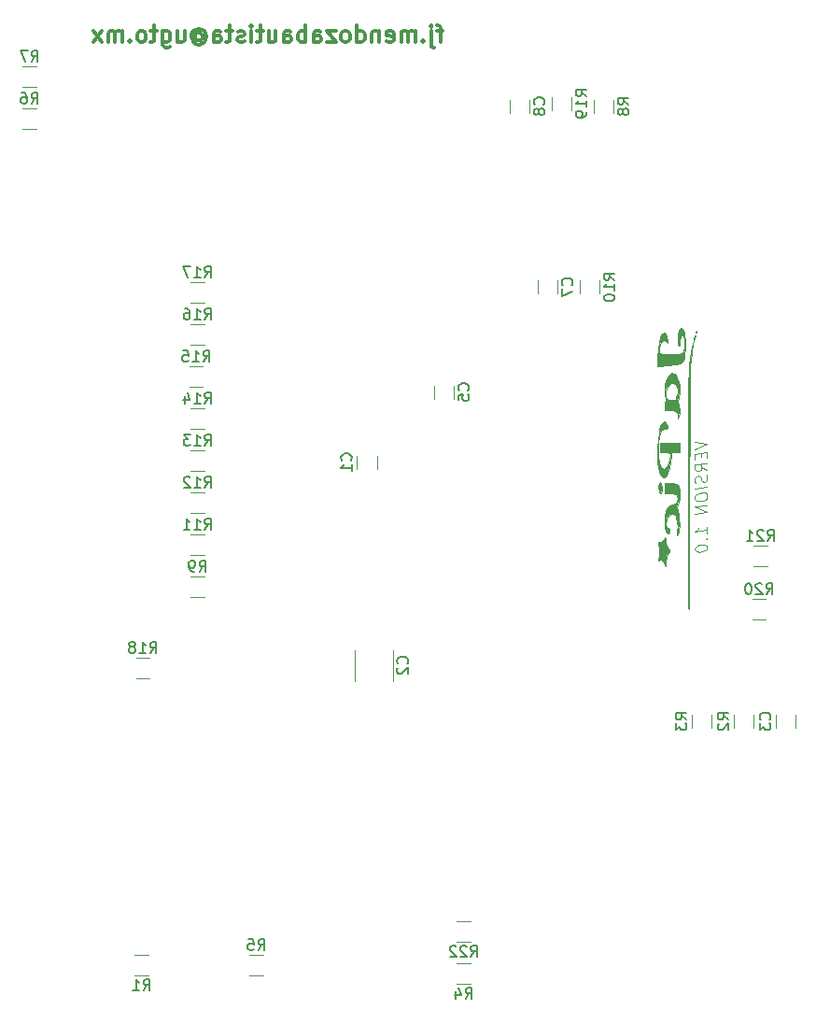
<source format=gbo>
G04 #@! TF.GenerationSoftware,KiCad,Pcbnew,5.1.2-f72e74a~84~ubuntu19.04.1*
G04 #@! TF.CreationDate,2019-06-29T01:26:47-05:00*
G04 #@! TF.ProjectId,pic18,70696331-382e-46b6-9963-61645f706362,rev?*
G04 #@! TF.SameCoordinates,Original*
G04 #@! TF.FileFunction,Legend,Bot*
G04 #@! TF.FilePolarity,Positive*
%FSLAX46Y46*%
G04 Gerber Fmt 4.6, Leading zero omitted, Abs format (unit mm)*
G04 Created by KiCad (PCBNEW 5.1.2-f72e74a~84~ubuntu19.04.1) date 2019-06-29 01:26:47*
%MOMM*%
%LPD*%
G04 APERTURE LIST*
%ADD10C,0.125000*%
%ADD11C,0.300000*%
%ADD12C,0.010000*%
%ADD13C,0.120000*%
%ADD14C,0.150000*%
G04 APERTURE END LIST*
D10*
X172117619Y-88929813D02*
X173217619Y-89158980D01*
X172117619Y-89663147D01*
X172641428Y-89964337D02*
X172641428Y-90331004D01*
X173217619Y-90416123D02*
X173217619Y-89892313D01*
X172117619Y-90029813D01*
X172117619Y-90553623D01*
X173217619Y-91516123D02*
X172693809Y-91214933D01*
X173217619Y-90887552D02*
X172117619Y-91025052D01*
X172117619Y-91444099D01*
X172170000Y-91542313D01*
X172222380Y-91588147D01*
X172327142Y-91627433D01*
X172484285Y-91607790D01*
X172589047Y-91542313D01*
X172641428Y-91483385D01*
X172693809Y-91372075D01*
X172693809Y-90953028D01*
X173165238Y-91941718D02*
X173217619Y-92092313D01*
X173217619Y-92354218D01*
X173165238Y-92465528D01*
X173112857Y-92524456D01*
X173008095Y-92589933D01*
X172903333Y-92603028D01*
X172798571Y-92563742D01*
X172746190Y-92517909D01*
X172693809Y-92419694D01*
X172641428Y-92216718D01*
X172589047Y-92118504D01*
X172536666Y-92072671D01*
X172431904Y-92033385D01*
X172327142Y-92046480D01*
X172222380Y-92111956D01*
X172170000Y-92170885D01*
X172117619Y-92282194D01*
X172117619Y-92544099D01*
X172170000Y-92694694D01*
X173217619Y-93035171D02*
X172117619Y-93172671D01*
X172117619Y-93906004D02*
X172117619Y-94115528D01*
X172170000Y-94213742D01*
X172274761Y-94305409D01*
X172484285Y-94331599D01*
X172850952Y-94285766D01*
X173060476Y-94207194D01*
X173165238Y-94089337D01*
X173217619Y-93978028D01*
X173217619Y-93768504D01*
X173165238Y-93670290D01*
X173060476Y-93578623D01*
X172850952Y-93552433D01*
X172484285Y-93598266D01*
X172274761Y-93676837D01*
X172170000Y-93794694D01*
X172117619Y-93906004D01*
X173217619Y-94711361D02*
X172117619Y-94848861D01*
X173217619Y-95339933D01*
X172117619Y-95477433D01*
X173217619Y-97278028D02*
X173217619Y-96649456D01*
X173217619Y-96963742D02*
X172117619Y-97101242D01*
X172274761Y-96976837D01*
X172379523Y-96858980D01*
X172431904Y-96747671D01*
X173112857Y-97762552D02*
X173165238Y-97808385D01*
X173217619Y-97749456D01*
X173165238Y-97703623D01*
X173112857Y-97762552D01*
X173217619Y-97749456D01*
X172117619Y-98620290D02*
X172117619Y-98725052D01*
X172170000Y-98823266D01*
X172222380Y-98869099D01*
X172327142Y-98908385D01*
X172536666Y-98934575D01*
X172798571Y-98901837D01*
X173008095Y-98823266D01*
X173112857Y-98757790D01*
X173165238Y-98698861D01*
X173217619Y-98587552D01*
X173217619Y-98482790D01*
X173165238Y-98384575D01*
X173112857Y-98338742D01*
X173008095Y-98299456D01*
X172798571Y-98273266D01*
X172536666Y-98306004D01*
X172327142Y-98384575D01*
X172222380Y-98450052D01*
X172170000Y-98508980D01*
X172117619Y-98620290D01*
D11*
X149242857Y-51748571D02*
X148671428Y-51748571D01*
X149028571Y-52748571D02*
X149028571Y-51462857D01*
X148957142Y-51320000D01*
X148814285Y-51248571D01*
X148671428Y-51248571D01*
X148171428Y-51748571D02*
X148171428Y-53034285D01*
X148242857Y-53177142D01*
X148385714Y-53248571D01*
X148457142Y-53248571D01*
X148171428Y-51248571D02*
X148242857Y-51320000D01*
X148171428Y-51391428D01*
X148100000Y-51320000D01*
X148171428Y-51248571D01*
X148171428Y-51391428D01*
X147457142Y-52605714D02*
X147385714Y-52677142D01*
X147457142Y-52748571D01*
X147528571Y-52677142D01*
X147457142Y-52605714D01*
X147457142Y-52748571D01*
X146742857Y-52748571D02*
X146742857Y-51748571D01*
X146742857Y-51891428D02*
X146671428Y-51820000D01*
X146528571Y-51748571D01*
X146314285Y-51748571D01*
X146171428Y-51820000D01*
X146100000Y-51962857D01*
X146100000Y-52748571D01*
X146100000Y-51962857D02*
X146028571Y-51820000D01*
X145885714Y-51748571D01*
X145671428Y-51748571D01*
X145528571Y-51820000D01*
X145457142Y-51962857D01*
X145457142Y-52748571D01*
X144171428Y-52677142D02*
X144314285Y-52748571D01*
X144600000Y-52748571D01*
X144742857Y-52677142D01*
X144814285Y-52534285D01*
X144814285Y-51962857D01*
X144742857Y-51820000D01*
X144600000Y-51748571D01*
X144314285Y-51748571D01*
X144171428Y-51820000D01*
X144100000Y-51962857D01*
X144100000Y-52105714D01*
X144814285Y-52248571D01*
X143457142Y-51748571D02*
X143457142Y-52748571D01*
X143457142Y-51891428D02*
X143385714Y-51820000D01*
X143242857Y-51748571D01*
X143028571Y-51748571D01*
X142885714Y-51820000D01*
X142814285Y-51962857D01*
X142814285Y-52748571D01*
X141457142Y-52748571D02*
X141457142Y-51248571D01*
X141457142Y-52677142D02*
X141600000Y-52748571D01*
X141885714Y-52748571D01*
X142028571Y-52677142D01*
X142100000Y-52605714D01*
X142171428Y-52462857D01*
X142171428Y-52034285D01*
X142100000Y-51891428D01*
X142028571Y-51820000D01*
X141885714Y-51748571D01*
X141600000Y-51748571D01*
X141457142Y-51820000D01*
X140528571Y-52748571D02*
X140671428Y-52677142D01*
X140742857Y-52605714D01*
X140814285Y-52462857D01*
X140814285Y-52034285D01*
X140742857Y-51891428D01*
X140671428Y-51820000D01*
X140528571Y-51748571D01*
X140314285Y-51748571D01*
X140171428Y-51820000D01*
X140100000Y-51891428D01*
X140028571Y-52034285D01*
X140028571Y-52462857D01*
X140100000Y-52605714D01*
X140171428Y-52677142D01*
X140314285Y-52748571D01*
X140528571Y-52748571D01*
X139528571Y-51748571D02*
X138742857Y-51748571D01*
X139528571Y-52748571D01*
X138742857Y-52748571D01*
X137528571Y-52748571D02*
X137528571Y-51962857D01*
X137600000Y-51820000D01*
X137742857Y-51748571D01*
X138028571Y-51748571D01*
X138171428Y-51820000D01*
X137528571Y-52677142D02*
X137671428Y-52748571D01*
X138028571Y-52748571D01*
X138171428Y-52677142D01*
X138242857Y-52534285D01*
X138242857Y-52391428D01*
X138171428Y-52248571D01*
X138028571Y-52177142D01*
X137671428Y-52177142D01*
X137528571Y-52105714D01*
X136814285Y-52748571D02*
X136814285Y-51248571D01*
X136814285Y-51820000D02*
X136671428Y-51748571D01*
X136385714Y-51748571D01*
X136242857Y-51820000D01*
X136171428Y-51891428D01*
X136100000Y-52034285D01*
X136100000Y-52462857D01*
X136171428Y-52605714D01*
X136242857Y-52677142D01*
X136385714Y-52748571D01*
X136671428Y-52748571D01*
X136814285Y-52677142D01*
X134814285Y-52748571D02*
X134814285Y-51962857D01*
X134885714Y-51820000D01*
X135028571Y-51748571D01*
X135314285Y-51748571D01*
X135457142Y-51820000D01*
X134814285Y-52677142D02*
X134957142Y-52748571D01*
X135314285Y-52748571D01*
X135457142Y-52677142D01*
X135528571Y-52534285D01*
X135528571Y-52391428D01*
X135457142Y-52248571D01*
X135314285Y-52177142D01*
X134957142Y-52177142D01*
X134814285Y-52105714D01*
X133457142Y-51748571D02*
X133457142Y-52748571D01*
X134100000Y-51748571D02*
X134100000Y-52534285D01*
X134028571Y-52677142D01*
X133885714Y-52748571D01*
X133671428Y-52748571D01*
X133528571Y-52677142D01*
X133457142Y-52605714D01*
X132957142Y-51748571D02*
X132385714Y-51748571D01*
X132742857Y-51248571D02*
X132742857Y-52534285D01*
X132671428Y-52677142D01*
X132528571Y-52748571D01*
X132385714Y-52748571D01*
X131885714Y-52748571D02*
X131885714Y-51748571D01*
X131885714Y-51248571D02*
X131957142Y-51320000D01*
X131885714Y-51391428D01*
X131814285Y-51320000D01*
X131885714Y-51248571D01*
X131885714Y-51391428D01*
X131242857Y-52677142D02*
X131100000Y-52748571D01*
X130814285Y-52748571D01*
X130671428Y-52677142D01*
X130600000Y-52534285D01*
X130600000Y-52462857D01*
X130671428Y-52320000D01*
X130814285Y-52248571D01*
X131028571Y-52248571D01*
X131171428Y-52177142D01*
X131242857Y-52034285D01*
X131242857Y-51962857D01*
X131171428Y-51820000D01*
X131028571Y-51748571D01*
X130814285Y-51748571D01*
X130671428Y-51820000D01*
X130171428Y-51748571D02*
X129600000Y-51748571D01*
X129957142Y-51248571D02*
X129957142Y-52534285D01*
X129885714Y-52677142D01*
X129742857Y-52748571D01*
X129600000Y-52748571D01*
X128457142Y-52748571D02*
X128457142Y-51962857D01*
X128528571Y-51820000D01*
X128671428Y-51748571D01*
X128957142Y-51748571D01*
X129100000Y-51820000D01*
X128457142Y-52677142D02*
X128600000Y-52748571D01*
X128957142Y-52748571D01*
X129100000Y-52677142D01*
X129171428Y-52534285D01*
X129171428Y-52391428D01*
X129100000Y-52248571D01*
X128957142Y-52177142D01*
X128600000Y-52177142D01*
X128457142Y-52105714D01*
X126814285Y-52034285D02*
X126885714Y-51962857D01*
X127028571Y-51891428D01*
X127171428Y-51891428D01*
X127314285Y-51962857D01*
X127385714Y-52034285D01*
X127457142Y-52177142D01*
X127457142Y-52320000D01*
X127385714Y-52462857D01*
X127314285Y-52534285D01*
X127171428Y-52605714D01*
X127028571Y-52605714D01*
X126885714Y-52534285D01*
X126814285Y-52462857D01*
X126814285Y-51891428D02*
X126814285Y-52462857D01*
X126742857Y-52534285D01*
X126671428Y-52534285D01*
X126528571Y-52462857D01*
X126457142Y-52320000D01*
X126457142Y-51962857D01*
X126600000Y-51748571D01*
X126814285Y-51605714D01*
X127100000Y-51534285D01*
X127385714Y-51605714D01*
X127600000Y-51748571D01*
X127742857Y-51962857D01*
X127814285Y-52248571D01*
X127742857Y-52534285D01*
X127600000Y-52748571D01*
X127385714Y-52891428D01*
X127100000Y-52962857D01*
X126814285Y-52891428D01*
X126600000Y-52748571D01*
X125171428Y-51748571D02*
X125171428Y-52748571D01*
X125814285Y-51748571D02*
X125814285Y-52534285D01*
X125742857Y-52677142D01*
X125600000Y-52748571D01*
X125385714Y-52748571D01*
X125242857Y-52677142D01*
X125171428Y-52605714D01*
X123814285Y-51748571D02*
X123814285Y-52962857D01*
X123885714Y-53105714D01*
X123957142Y-53177142D01*
X124100000Y-53248571D01*
X124314285Y-53248571D01*
X124457142Y-53177142D01*
X123814285Y-52677142D02*
X123957142Y-52748571D01*
X124242857Y-52748571D01*
X124385714Y-52677142D01*
X124457142Y-52605714D01*
X124528571Y-52462857D01*
X124528571Y-52034285D01*
X124457142Y-51891428D01*
X124385714Y-51820000D01*
X124242857Y-51748571D01*
X123957142Y-51748571D01*
X123814285Y-51820000D01*
X123314285Y-51748571D02*
X122742857Y-51748571D01*
X123100000Y-51248571D02*
X123100000Y-52534285D01*
X123028571Y-52677142D01*
X122885714Y-52748571D01*
X122742857Y-52748571D01*
X122028571Y-52748571D02*
X122171428Y-52677142D01*
X122242857Y-52605714D01*
X122314285Y-52462857D01*
X122314285Y-52034285D01*
X122242857Y-51891428D01*
X122171428Y-51820000D01*
X122028571Y-51748571D01*
X121814285Y-51748571D01*
X121671428Y-51820000D01*
X121600000Y-51891428D01*
X121528571Y-52034285D01*
X121528571Y-52462857D01*
X121600000Y-52605714D01*
X121671428Y-52677142D01*
X121814285Y-52748571D01*
X122028571Y-52748571D01*
X120885714Y-52605714D02*
X120814285Y-52677142D01*
X120885714Y-52748571D01*
X120957142Y-52677142D01*
X120885714Y-52605714D01*
X120885714Y-52748571D01*
X120171428Y-52748571D02*
X120171428Y-51748571D01*
X120171428Y-51891428D02*
X120100000Y-51820000D01*
X119957142Y-51748571D01*
X119742857Y-51748571D01*
X119600000Y-51820000D01*
X119528571Y-51962857D01*
X119528571Y-52748571D01*
X119528571Y-51962857D02*
X119457142Y-51820000D01*
X119314285Y-51748571D01*
X119100000Y-51748571D01*
X118957142Y-51820000D01*
X118885714Y-51962857D01*
X118885714Y-52748571D01*
X118314285Y-52748571D02*
X117528571Y-51748571D01*
X118314285Y-51748571D02*
X117528571Y-52748571D01*
D12*
G36*
X168834799Y-93440372D02*
G01*
X168906704Y-93627808D01*
X169013178Y-93596603D01*
X169019382Y-93588587D01*
X169094441Y-93364149D01*
X169108020Y-93049288D01*
X169057699Y-92760260D01*
X169037646Y-92711342D01*
X168931734Y-92606021D01*
X168847731Y-92719114D01*
X168808916Y-93015056D01*
X168808400Y-93061614D01*
X168834799Y-93440372D01*
X168834799Y-93440372D01*
G37*
X168834799Y-93440372D02*
X168906704Y-93627808D01*
X169013178Y-93596603D01*
X169019382Y-93588587D01*
X169094441Y-93364149D01*
X169108020Y-93049288D01*
X169057699Y-92760260D01*
X169037646Y-92711342D01*
X168931734Y-92606021D01*
X168847731Y-92719114D01*
X168808916Y-93015056D01*
X168808400Y-93061614D01*
X168834799Y-93440372D01*
G36*
X168939102Y-99654599D02*
G01*
X169090038Y-99640161D01*
X169219419Y-99768921D01*
X169292389Y-99896760D01*
X169459084Y-100214620D01*
X169493023Y-99712405D01*
X169535390Y-99343251D01*
X169615413Y-99131048D01*
X169675681Y-99056187D01*
X169791184Y-98907558D01*
X169811062Y-98777108D01*
X169734260Y-98631730D01*
X169659339Y-98543169D01*
X169540604Y-98348330D01*
X169479665Y-98121780D01*
X169478565Y-98107500D01*
X169449162Y-97742624D01*
X169410609Y-97605000D01*
X169346959Y-97668450D01*
X169288595Y-97795646D01*
X169158207Y-98011342D01*
X168996570Y-98067294D01*
X168959721Y-98063525D01*
X168819394Y-98056597D01*
X168767793Y-98121931D01*
X168792603Y-98305161D01*
X168841706Y-98500843D01*
X168892492Y-98730428D01*
X168895625Y-98929247D01*
X168850720Y-99214959D01*
X168839161Y-99276024D01*
X168752510Y-99730298D01*
X168939102Y-99654599D01*
X168939102Y-99654599D01*
G37*
X168939102Y-99654599D02*
X169090038Y-99640161D01*
X169219419Y-99768921D01*
X169292389Y-99896760D01*
X169459084Y-100214620D01*
X169493023Y-99712405D01*
X169535390Y-99343251D01*
X169615413Y-99131048D01*
X169675681Y-99056187D01*
X169791184Y-98907558D01*
X169811062Y-98777108D01*
X169734260Y-98631730D01*
X169659339Y-98543169D01*
X169540604Y-98348330D01*
X169479665Y-98121780D01*
X169478565Y-98107500D01*
X169449162Y-97742624D01*
X169410609Y-97605000D01*
X169346959Y-97668450D01*
X169288595Y-97795646D01*
X169158207Y-98011342D01*
X168996570Y-98067294D01*
X168959721Y-98063525D01*
X168819394Y-98056597D01*
X168767793Y-98121931D01*
X168792603Y-98305161D01*
X168841706Y-98500843D01*
X168892492Y-98730428D01*
X168895625Y-98929247D01*
X168850720Y-99214959D01*
X168839161Y-99276024D01*
X168752510Y-99730298D01*
X168939102Y-99654599D01*
G36*
X168732435Y-90846614D02*
G01*
X168776844Y-91232255D01*
X168888529Y-91677857D01*
X169043552Y-92017720D01*
X169211636Y-92191072D01*
X169259750Y-92201525D01*
X169454112Y-92084015D01*
X169638043Y-91771237D01*
X169791354Y-91320745D01*
X169893857Y-90790098D01*
X169926000Y-90302059D01*
X169926000Y-89916000D01*
X170688000Y-89916000D01*
X170688000Y-89027000D01*
X168960800Y-89027000D01*
X168960800Y-89916000D01*
X169418000Y-89916000D01*
X169653287Y-89925278D01*
X169799262Y-89969509D01*
X169868130Y-90073291D01*
X169872094Y-90261220D01*
X169823358Y-90557891D01*
X169798140Y-90682157D01*
X169664806Y-91087959D01*
X169480718Y-91344183D01*
X169275898Y-91429648D01*
X169080369Y-91323170D01*
X169017537Y-91232902D01*
X168877414Y-90842932D01*
X168791100Y-90296802D01*
X168762534Y-89659649D01*
X168795653Y-88996607D01*
X168855996Y-88560996D01*
X168972900Y-88087324D01*
X169121861Y-87835537D01*
X169324281Y-87775323D01*
X169400038Y-87790479D01*
X169556562Y-87795083D01*
X169621188Y-87697465D01*
X169592873Y-87501349D01*
X169528299Y-87332183D01*
X169374513Y-87125981D01*
X169210841Y-87153631D01*
X169049016Y-87400800D01*
X168900772Y-87853159D01*
X168828860Y-88186469D01*
X168754485Y-88763152D01*
X168712534Y-89462523D01*
X168704639Y-90188904D01*
X168732435Y-90846614D01*
X168732435Y-90846614D01*
G37*
X168732435Y-90846614D02*
X168776844Y-91232255D01*
X168888529Y-91677857D01*
X169043552Y-92017720D01*
X169211636Y-92191072D01*
X169259750Y-92201525D01*
X169454112Y-92084015D01*
X169638043Y-91771237D01*
X169791354Y-91320745D01*
X169893857Y-90790098D01*
X169926000Y-90302059D01*
X169926000Y-89916000D01*
X170688000Y-89916000D01*
X170688000Y-89027000D01*
X168960800Y-89027000D01*
X168960800Y-89916000D01*
X169418000Y-89916000D01*
X169653287Y-89925278D01*
X169799262Y-89969509D01*
X169868130Y-90073291D01*
X169872094Y-90261220D01*
X169823358Y-90557891D01*
X169798140Y-90682157D01*
X169664806Y-91087959D01*
X169480718Y-91344183D01*
X169275898Y-91429648D01*
X169080369Y-91323170D01*
X169017537Y-91232902D01*
X168877414Y-90842932D01*
X168791100Y-90296802D01*
X168762534Y-89659649D01*
X168795653Y-88996607D01*
X168855996Y-88560996D01*
X168972900Y-88087324D01*
X169121861Y-87835537D01*
X169324281Y-87775323D01*
X169400038Y-87790479D01*
X169556562Y-87795083D01*
X169621188Y-87697465D01*
X169592873Y-87501349D01*
X169528299Y-87332183D01*
X169374513Y-87125981D01*
X169210841Y-87153631D01*
X169049016Y-87400800D01*
X168900772Y-87853159D01*
X168828860Y-88186469D01*
X168754485Y-88763152D01*
X168712534Y-89462523D01*
X168704639Y-90188904D01*
X168732435Y-90846614D01*
G36*
X169375208Y-96663818D02*
G01*
X169437974Y-97012356D01*
X169443230Y-97027531D01*
X169554259Y-97220238D01*
X169674923Y-97274585D01*
X169768381Y-97183370D01*
X169791346Y-97095567D01*
X169786593Y-96883123D01*
X169720704Y-96799609D01*
X169669774Y-96840938D01*
X169588994Y-96843362D01*
X169512896Y-96672926D01*
X169470658Y-96403279D01*
X169468800Y-96333632D01*
X169514964Y-95967414D01*
X169651454Y-95706346D01*
X169875266Y-95555203D01*
X169975163Y-95528885D01*
X170151159Y-95510004D01*
X170262944Y-95548412D01*
X170346981Y-95667200D01*
X170405059Y-95801103D01*
X170512707Y-96215197D01*
X170527455Y-96702034D01*
X170486057Y-97083232D01*
X170465310Y-97339430D01*
X170503591Y-97398399D01*
X170591305Y-97250226D01*
X170608171Y-97209428D01*
X170666130Y-96918125D01*
X170691187Y-96479166D01*
X170684384Y-95984301D01*
X170646761Y-95525282D01*
X170585514Y-95212530D01*
X170483028Y-94886806D01*
X170610914Y-94415680D01*
X170704091Y-94012113D01*
X170730604Y-93680931D01*
X170697115Y-93318708D01*
X170686143Y-93247902D01*
X170626838Y-93023359D01*
X170523208Y-92867195D01*
X170360367Y-92769575D01*
X170123426Y-92720665D01*
X169871892Y-92710000D01*
X169367200Y-92710000D01*
X169367200Y-93590406D01*
X169907890Y-93626453D01*
X170155554Y-93648983D01*
X170320853Y-93682922D01*
X170423016Y-93736847D01*
X170481271Y-93819337D01*
X170504790Y-93892706D01*
X170518797Y-94143480D01*
X170449306Y-94368446D01*
X170314390Y-94535631D01*
X170132121Y-94613061D01*
X170096540Y-94615000D01*
X169830845Y-94695854D01*
X169607671Y-94920857D01*
X169452231Y-95263665D01*
X169442790Y-95298000D01*
X169377590Y-95704092D01*
X169355072Y-96193547D01*
X169375208Y-96663818D01*
X169375208Y-96663818D01*
G37*
X169375208Y-96663818D02*
X169437974Y-97012356D01*
X169443230Y-97027531D01*
X169554259Y-97220238D01*
X169674923Y-97274585D01*
X169768381Y-97183370D01*
X169791346Y-97095567D01*
X169786593Y-96883123D01*
X169720704Y-96799609D01*
X169669774Y-96840938D01*
X169588994Y-96843362D01*
X169512896Y-96672926D01*
X169470658Y-96403279D01*
X169468800Y-96333632D01*
X169514964Y-95967414D01*
X169651454Y-95706346D01*
X169875266Y-95555203D01*
X169975163Y-95528885D01*
X170151159Y-95510004D01*
X170262944Y-95548412D01*
X170346981Y-95667200D01*
X170405059Y-95801103D01*
X170512707Y-96215197D01*
X170527455Y-96702034D01*
X170486057Y-97083232D01*
X170465310Y-97339430D01*
X170503591Y-97398399D01*
X170591305Y-97250226D01*
X170608171Y-97209428D01*
X170666130Y-96918125D01*
X170691187Y-96479166D01*
X170684384Y-95984301D01*
X170646761Y-95525282D01*
X170585514Y-95212530D01*
X170483028Y-94886806D01*
X170610914Y-94415680D01*
X170704091Y-94012113D01*
X170730604Y-93680931D01*
X170697115Y-93318708D01*
X170686143Y-93247902D01*
X170626838Y-93023359D01*
X170523208Y-92867195D01*
X170360367Y-92769575D01*
X170123426Y-92720665D01*
X169871892Y-92710000D01*
X169367200Y-92710000D01*
X169367200Y-93590406D01*
X169907890Y-93626453D01*
X170155554Y-93648983D01*
X170320853Y-93682922D01*
X170423016Y-93736847D01*
X170481271Y-93819337D01*
X170504790Y-93892706D01*
X170518797Y-94143480D01*
X170449306Y-94368446D01*
X170314390Y-94535631D01*
X170132121Y-94613061D01*
X170096540Y-94615000D01*
X169830845Y-94695854D01*
X169607671Y-94920857D01*
X169452231Y-95263665D01*
X169442790Y-95298000D01*
X169377590Y-95704092D01*
X169355072Y-96193547D01*
X169375208Y-96663818D01*
G36*
X169372505Y-84754237D02*
G01*
X169418227Y-85027186D01*
X169452119Y-85184430D01*
X169424220Y-85217000D01*
X169386539Y-85328588D01*
X169367695Y-85602995D01*
X169367200Y-85661500D01*
X169367200Y-86106000D01*
X169890440Y-86106000D01*
X170160053Y-86117645D01*
X170343913Y-86161650D01*
X170457586Y-86251617D01*
X170516640Y-86401146D01*
X170536645Y-86623839D01*
X170537290Y-86671149D01*
X170543339Y-86837234D01*
X170572174Y-86820898D01*
X170638890Y-86631680D01*
X170721278Y-86318087D01*
X170724177Y-86046643D01*
X170647264Y-85722803D01*
X170635647Y-85685410D01*
X170532494Y-85357565D01*
X170635647Y-84876413D01*
X170712754Y-84463379D01*
X170731730Y-84142773D01*
X170693805Y-83800888D01*
X170649821Y-83566000D01*
X170503467Y-83099031D01*
X170299288Y-82806807D01*
X170174292Y-82762883D01*
X170174292Y-83624444D01*
X170343187Y-83738579D01*
X170466654Y-83953974D01*
X170530463Y-84246365D01*
X170520379Y-84591488D01*
X170430095Y-84944219D01*
X170364469Y-85089892D01*
X170285233Y-85170666D01*
X170164491Y-85200556D01*
X169974346Y-85193581D01*
X169940134Y-85190416D01*
X169704581Y-85143688D01*
X169556959Y-85043006D01*
X169484385Y-84865870D01*
X169473971Y-84589775D01*
X169488614Y-84401919D01*
X169547189Y-84127295D01*
X169674877Y-83896154D01*
X169757156Y-83797010D01*
X169974205Y-83635833D01*
X170174292Y-83624444D01*
X170174292Y-82762883D01*
X170064274Y-82724222D01*
X170009567Y-82738223D01*
X169727711Y-82935431D01*
X169519622Y-83283714D01*
X169447716Y-83503854D01*
X169386321Y-83877957D01*
X169360565Y-84330174D01*
X169372505Y-84754237D01*
X169372505Y-84754237D01*
G37*
X169372505Y-84754237D02*
X169418227Y-85027186D01*
X169452119Y-85184430D01*
X169424220Y-85217000D01*
X169386539Y-85328588D01*
X169367695Y-85602995D01*
X169367200Y-85661500D01*
X169367200Y-86106000D01*
X169890440Y-86106000D01*
X170160053Y-86117645D01*
X170343913Y-86161650D01*
X170457586Y-86251617D01*
X170516640Y-86401146D01*
X170536645Y-86623839D01*
X170537290Y-86671149D01*
X170543339Y-86837234D01*
X170572174Y-86820898D01*
X170638890Y-86631680D01*
X170721278Y-86318087D01*
X170724177Y-86046643D01*
X170647264Y-85722803D01*
X170635647Y-85685410D01*
X170532494Y-85357565D01*
X170635647Y-84876413D01*
X170712754Y-84463379D01*
X170731730Y-84142773D01*
X170693805Y-83800888D01*
X170649821Y-83566000D01*
X170503467Y-83099031D01*
X170299288Y-82806807D01*
X170174292Y-82762883D01*
X170174292Y-83624444D01*
X170343187Y-83738579D01*
X170466654Y-83953974D01*
X170530463Y-84246365D01*
X170520379Y-84591488D01*
X170430095Y-84944219D01*
X170364469Y-85089892D01*
X170285233Y-85170666D01*
X170164491Y-85200556D01*
X169974346Y-85193581D01*
X169940134Y-85190416D01*
X169704581Y-85143688D01*
X169556959Y-85043006D01*
X169484385Y-84865870D01*
X169473971Y-84589775D01*
X169488614Y-84401919D01*
X169547189Y-84127295D01*
X169674877Y-83896154D01*
X169757156Y-83797010D01*
X169974205Y-83635833D01*
X170174292Y-83624444D01*
X170174292Y-82762883D01*
X170064274Y-82724222D01*
X170009567Y-82738223D01*
X169727711Y-82935431D01*
X169519622Y-83283714D01*
X169447716Y-83503854D01*
X169386321Y-83877957D01*
X169360565Y-84330174D01*
X169372505Y-84754237D01*
G36*
X169786300Y-81988129D02*
G01*
X170176953Y-81952294D01*
X170479138Y-81912787D01*
X170705965Y-81861068D01*
X170870547Y-81788596D01*
X170985995Y-81686830D01*
X171065422Y-81547231D01*
X171121939Y-81361258D01*
X171168659Y-81120370D01*
X171174843Y-81083700D01*
X171233591Y-80486643D01*
X171236267Y-79822597D01*
X171182910Y-79224223D01*
X171174260Y-79171756D01*
X171070345Y-78815853D01*
X170928754Y-78626134D01*
X170777832Y-78616605D01*
X170645923Y-78801273D01*
X170614680Y-78895258D01*
X170554753Y-79248167D01*
X170538189Y-79653695D01*
X170566656Y-79999934D01*
X170596559Y-80111600D01*
X170678134Y-80250332D01*
X170725482Y-80220855D01*
X170720260Y-80072397D01*
X170712082Y-79740760D01*
X170769763Y-79439676D01*
X170871285Y-79263044D01*
X170913555Y-79248000D01*
X171034539Y-79355045D01*
X171114372Y-79628298D01*
X171147357Y-79995935D01*
X171127800Y-80386132D01*
X171050003Y-80727064D01*
X171034021Y-80767052D01*
X170990472Y-80854980D01*
X170936252Y-80920434D01*
X170856855Y-80966710D01*
X170737776Y-80997102D01*
X170564511Y-81014905D01*
X170322555Y-81023414D01*
X169997402Y-81025923D01*
X169894019Y-81026000D01*
X169581138Y-81021076D01*
X169304021Y-81007335D01*
X169078287Y-80986322D01*
X168919558Y-80959585D01*
X168843456Y-80928667D01*
X168839397Y-80921644D01*
X168842690Y-80734755D01*
X168891228Y-80443683D01*
X168965824Y-80140639D01*
X169047294Y-79917832D01*
X169048903Y-79914750D01*
X169165949Y-79798559D01*
X169322215Y-79760883D01*
X169471011Y-79802300D01*
X169560239Y-79908399D01*
X169611194Y-79978223D01*
X169618708Y-79840437D01*
X169582188Y-79517741D01*
X169572196Y-79450314D01*
X169479822Y-79149261D01*
X169335081Y-79039600D01*
X169157246Y-79132619D01*
X169114803Y-79182427D01*
X168963668Y-79502888D01*
X168837067Y-80006868D01*
X168747669Y-80625626D01*
X168708144Y-81290418D01*
X168707296Y-81393590D01*
X168706800Y-82078680D01*
X169786300Y-81988129D01*
X169786300Y-81988129D01*
G37*
X169786300Y-81988129D02*
X170176953Y-81952294D01*
X170479138Y-81912787D01*
X170705965Y-81861068D01*
X170870547Y-81788596D01*
X170985995Y-81686830D01*
X171065422Y-81547231D01*
X171121939Y-81361258D01*
X171168659Y-81120370D01*
X171174843Y-81083700D01*
X171233591Y-80486643D01*
X171236267Y-79822597D01*
X171182910Y-79224223D01*
X171174260Y-79171756D01*
X171070345Y-78815853D01*
X170928754Y-78626134D01*
X170777832Y-78616605D01*
X170645923Y-78801273D01*
X170614680Y-78895258D01*
X170554753Y-79248167D01*
X170538189Y-79653695D01*
X170566656Y-79999934D01*
X170596559Y-80111600D01*
X170678134Y-80250332D01*
X170725482Y-80220855D01*
X170720260Y-80072397D01*
X170712082Y-79740760D01*
X170769763Y-79439676D01*
X170871285Y-79263044D01*
X170913555Y-79248000D01*
X171034539Y-79355045D01*
X171114372Y-79628298D01*
X171147357Y-79995935D01*
X171127800Y-80386132D01*
X171050003Y-80727064D01*
X171034021Y-80767052D01*
X170990472Y-80854980D01*
X170936252Y-80920434D01*
X170856855Y-80966710D01*
X170737776Y-80997102D01*
X170564511Y-81014905D01*
X170322555Y-81023414D01*
X169997402Y-81025923D01*
X169894019Y-81026000D01*
X169581138Y-81021076D01*
X169304021Y-81007335D01*
X169078287Y-80986322D01*
X168919558Y-80959585D01*
X168843456Y-80928667D01*
X168839397Y-80921644D01*
X168842690Y-80734755D01*
X168891228Y-80443683D01*
X168965824Y-80140639D01*
X169047294Y-79917832D01*
X169048903Y-79914750D01*
X169165949Y-79798559D01*
X169322215Y-79760883D01*
X169471011Y-79802300D01*
X169560239Y-79908399D01*
X169611194Y-79978223D01*
X169618708Y-79840437D01*
X169582188Y-79517741D01*
X169572196Y-79450314D01*
X169479822Y-79149261D01*
X169335081Y-79039600D01*
X169157246Y-79132619D01*
X169114803Y-79182427D01*
X168963668Y-79502888D01*
X168837067Y-80006868D01*
X168747669Y-80625626D01*
X168708144Y-81290418D01*
X168707296Y-81393590D01*
X168706800Y-82078680D01*
X169786300Y-81988129D01*
G36*
X171498319Y-99088879D02*
G01*
X171499218Y-100217650D01*
X171500659Y-101171563D01*
X171502681Y-101963808D01*
X171505319Y-102607575D01*
X171508610Y-103116055D01*
X171512591Y-103502437D01*
X171517298Y-103779912D01*
X171522769Y-103961670D01*
X171529040Y-104060900D01*
X171536147Y-104090794D01*
X171538900Y-104087169D01*
X171544975Y-103948652D01*
X171551424Y-103574724D01*
X171558132Y-102983968D01*
X171564984Y-102194969D01*
X171571867Y-101226312D01*
X171578666Y-100096582D01*
X171585268Y-98824363D01*
X171591558Y-97428240D01*
X171597422Y-95926799D01*
X171602746Y-94338623D01*
X171606288Y-93112252D01*
X171611620Y-91182124D01*
X171616670Y-89489146D01*
X171621610Y-88016467D01*
X171626613Y-86747239D01*
X171631849Y-85664614D01*
X171637492Y-84751742D01*
X171643713Y-83991775D01*
X171650685Y-83367865D01*
X171658579Y-82863161D01*
X171667567Y-82460817D01*
X171677821Y-82143982D01*
X171689514Y-81895808D01*
X171702818Y-81699447D01*
X171717904Y-81538049D01*
X171725119Y-81474039D01*
X171785908Y-81002439D01*
X171849178Y-80578308D01*
X171887635Y-80362789D01*
X171930712Y-80120394D01*
X171936283Y-80010571D01*
X171934937Y-80010000D01*
X171888023Y-80123637D01*
X171823323Y-80428863D01*
X171749685Y-80872147D01*
X171675953Y-81399959D01*
X171610974Y-81958769D01*
X171607812Y-81989511D01*
X171586070Y-82213781D01*
X171567604Y-82441355D01*
X171552132Y-82694275D01*
X171539373Y-82994582D01*
X171529043Y-83364317D01*
X171520861Y-83825521D01*
X171514545Y-84400238D01*
X171509813Y-85110506D01*
X171506383Y-85978369D01*
X171503972Y-87025867D01*
X171502299Y-88275043D01*
X171501082Y-89747937D01*
X171500686Y-90360500D01*
X171499421Y-92561412D01*
X171498514Y-94521516D01*
X171498004Y-96254002D01*
X171497927Y-97772060D01*
X171498319Y-99088879D01*
X171498319Y-99088879D01*
G37*
X171498319Y-99088879D02*
X171499218Y-100217650D01*
X171500659Y-101171563D01*
X171502681Y-101963808D01*
X171505319Y-102607575D01*
X171508610Y-103116055D01*
X171512591Y-103502437D01*
X171517298Y-103779912D01*
X171522769Y-103961670D01*
X171529040Y-104060900D01*
X171536147Y-104090794D01*
X171538900Y-104087169D01*
X171544975Y-103948652D01*
X171551424Y-103574724D01*
X171558132Y-102983968D01*
X171564984Y-102194969D01*
X171571867Y-101226312D01*
X171578666Y-100096582D01*
X171585268Y-98824363D01*
X171591558Y-97428240D01*
X171597422Y-95926799D01*
X171602746Y-94338623D01*
X171606288Y-93112252D01*
X171611620Y-91182124D01*
X171616670Y-89489146D01*
X171621610Y-88016467D01*
X171626613Y-86747239D01*
X171631849Y-85664614D01*
X171637492Y-84751742D01*
X171643713Y-83991775D01*
X171650685Y-83367865D01*
X171658579Y-82863161D01*
X171667567Y-82460817D01*
X171677821Y-82143982D01*
X171689514Y-81895808D01*
X171702818Y-81699447D01*
X171717904Y-81538049D01*
X171725119Y-81474039D01*
X171785908Y-81002439D01*
X171849178Y-80578308D01*
X171887635Y-80362789D01*
X171930712Y-80120394D01*
X171936283Y-80010571D01*
X171934937Y-80010000D01*
X171888023Y-80123637D01*
X171823323Y-80428863D01*
X171749685Y-80872147D01*
X171675953Y-81399959D01*
X171610974Y-81958769D01*
X171607812Y-81989511D01*
X171586070Y-82213781D01*
X171567604Y-82441355D01*
X171552132Y-82694275D01*
X171539373Y-82994582D01*
X171529043Y-83364317D01*
X171520861Y-83825521D01*
X171514545Y-84400238D01*
X171509813Y-85110506D01*
X171506383Y-85978369D01*
X171503972Y-87025867D01*
X171502299Y-88275043D01*
X171501082Y-89747937D01*
X171500686Y-90360500D01*
X171499421Y-92561412D01*
X171498514Y-94521516D01*
X171498004Y-96254002D01*
X171497927Y-97772060D01*
X171498319Y-99088879D01*
G36*
X171975770Y-79883000D02*
G01*
X172015309Y-79788757D01*
X172081527Y-79560879D01*
X172084426Y-79549863D01*
X172128436Y-79349178D01*
X172121452Y-79295576D01*
X172115942Y-79302936D01*
X172061789Y-79439169D01*
X172006117Y-79643562D01*
X171971665Y-79822007D01*
X171975770Y-79883000D01*
X171975770Y-79883000D01*
G37*
X171975770Y-79883000D02*
X172015309Y-79788757D01*
X172081527Y-79560879D01*
X172084426Y-79549863D01*
X172128436Y-79349178D01*
X172121452Y-79295576D01*
X172115942Y-79302936D01*
X172061789Y-79439169D01*
X172006117Y-79643562D01*
X171971665Y-79822007D01*
X171975770Y-79883000D01*
G36*
X172194014Y-79081155D02*
G01*
X172212000Y-79057500D01*
X172260514Y-78937838D01*
X172262800Y-78915509D01*
X172229985Y-78906844D01*
X172212000Y-78930500D01*
X172163485Y-79050161D01*
X172161200Y-79072490D01*
X172194014Y-79081155D01*
X172194014Y-79081155D01*
G37*
X172194014Y-79081155D02*
X172212000Y-79057500D01*
X172260514Y-78937838D01*
X172262800Y-78915509D01*
X172229985Y-78906844D01*
X172212000Y-78930500D01*
X172163485Y-79050161D01*
X172161200Y-79072490D01*
X172194014Y-79081155D01*
D13*
X143277000Y-90202936D02*
X143277000Y-91407064D01*
X141457000Y-90202936D02*
X141457000Y-91407064D01*
X144712000Y-110606252D02*
X144712000Y-107833748D01*
X141292000Y-110606252D02*
X141292000Y-107833748D01*
X181250000Y-113697936D02*
X181250000Y-114902064D01*
X179430000Y-113697936D02*
X179430000Y-114902064D01*
X150262000Y-85057064D02*
X150262000Y-83852936D01*
X148442000Y-85057064D02*
X148442000Y-83852936D01*
X159660000Y-75532064D02*
X159660000Y-74327936D01*
X157840000Y-75532064D02*
X157840000Y-74327936D01*
X157120000Y-59152064D02*
X157120000Y-57947936D01*
X155300000Y-59152064D02*
X155300000Y-57947936D01*
X121317936Y-135488000D02*
X122522064Y-135488000D01*
X121317936Y-137308000D02*
X122522064Y-137308000D01*
X177440000Y-113697936D02*
X177440000Y-114902064D01*
X175620000Y-113697936D02*
X175620000Y-114902064D01*
X173630000Y-113697936D02*
X173630000Y-114902064D01*
X171810000Y-113697936D02*
X171810000Y-114902064D01*
X150527936Y-136250000D02*
X151732064Y-136250000D01*
X150527936Y-138070000D02*
X151732064Y-138070000D01*
X132936064Y-135488000D02*
X131731936Y-135488000D01*
X132936064Y-137308000D02*
X131731936Y-137308000D01*
X112362064Y-60600000D02*
X111157936Y-60600000D01*
X112362064Y-58780000D02*
X111157936Y-58780000D01*
X112362064Y-54970000D02*
X111157936Y-54970000D01*
X112362064Y-56790000D02*
X111157936Y-56790000D01*
X164740000Y-59152064D02*
X164740000Y-57947936D01*
X162920000Y-59152064D02*
X162920000Y-57947936D01*
X127602064Y-103018000D02*
X126397936Y-103018000D01*
X127602064Y-101198000D02*
X126397936Y-101198000D01*
X161650000Y-75532064D02*
X161650000Y-74327936D01*
X163470000Y-75532064D02*
X163470000Y-74327936D01*
X127602064Y-97388000D02*
X126397936Y-97388000D01*
X127602064Y-99208000D02*
X126397936Y-99208000D01*
X127602064Y-95398000D02*
X126397936Y-95398000D01*
X127602064Y-93578000D02*
X126397936Y-93578000D01*
X127602064Y-89768000D02*
X126397936Y-89768000D01*
X127602064Y-91588000D02*
X126397936Y-91588000D01*
X127602064Y-87778000D02*
X126397936Y-87778000D01*
X127602064Y-85958000D02*
X126397936Y-85958000D01*
X127472064Y-83968000D02*
X126267936Y-83968000D01*
X127472064Y-82148000D02*
X126267936Y-82148000D01*
X127602064Y-78338000D02*
X126397936Y-78338000D01*
X127602064Y-80158000D02*
X126397936Y-80158000D01*
X127602064Y-74528000D02*
X126397936Y-74528000D01*
X127602064Y-76348000D02*
X126397936Y-76348000D01*
X122646064Y-108564000D02*
X121441936Y-108564000D01*
X122646064Y-110384000D02*
X121441936Y-110384000D01*
X160930000Y-58892064D02*
X160930000Y-57687936D01*
X159110000Y-58892064D02*
X159110000Y-57687936D01*
X178532064Y-103230000D02*
X177327936Y-103230000D01*
X178532064Y-105050000D02*
X177327936Y-105050000D01*
X178656064Y-98404000D02*
X177451936Y-98404000D01*
X178656064Y-100224000D02*
X177451936Y-100224000D01*
X150527936Y-134260000D02*
X151732064Y-134260000D01*
X150527936Y-132440000D02*
X151732064Y-132440000D01*
D14*
X140904142Y-90638333D02*
X140951761Y-90590714D01*
X140999380Y-90447857D01*
X140999380Y-90352619D01*
X140951761Y-90209761D01*
X140856523Y-90114523D01*
X140761285Y-90066904D01*
X140570809Y-90019285D01*
X140427952Y-90019285D01*
X140237476Y-90066904D01*
X140142238Y-90114523D01*
X140047000Y-90209761D01*
X139999380Y-90352619D01*
X139999380Y-90447857D01*
X140047000Y-90590714D01*
X140094619Y-90638333D01*
X140999380Y-91590714D02*
X140999380Y-91019285D01*
X140999380Y-91305000D02*
X139999380Y-91305000D01*
X140142238Y-91209761D01*
X140237476Y-91114523D01*
X140285095Y-91019285D01*
X146009142Y-109053333D02*
X146056761Y-109005714D01*
X146104380Y-108862857D01*
X146104380Y-108767619D01*
X146056761Y-108624761D01*
X145961523Y-108529523D01*
X145866285Y-108481904D01*
X145675809Y-108434285D01*
X145532952Y-108434285D01*
X145342476Y-108481904D01*
X145247238Y-108529523D01*
X145152000Y-108624761D01*
X145104380Y-108767619D01*
X145104380Y-108862857D01*
X145152000Y-109005714D01*
X145199619Y-109053333D01*
X145199619Y-109434285D02*
X145152000Y-109481904D01*
X145104380Y-109577142D01*
X145104380Y-109815238D01*
X145152000Y-109910476D01*
X145199619Y-109958095D01*
X145294857Y-110005714D01*
X145390095Y-110005714D01*
X145532952Y-109958095D01*
X146104380Y-109386666D01*
X146104380Y-110005714D01*
X178877142Y-114133333D02*
X178924761Y-114085714D01*
X178972380Y-113942857D01*
X178972380Y-113847619D01*
X178924761Y-113704761D01*
X178829523Y-113609523D01*
X178734285Y-113561904D01*
X178543809Y-113514285D01*
X178400952Y-113514285D01*
X178210476Y-113561904D01*
X178115238Y-113609523D01*
X178020000Y-113704761D01*
X177972380Y-113847619D01*
X177972380Y-113942857D01*
X178020000Y-114085714D01*
X178067619Y-114133333D01*
X177972380Y-114466666D02*
X177972380Y-115085714D01*
X178353333Y-114752380D01*
X178353333Y-114895238D01*
X178400952Y-114990476D01*
X178448571Y-115038095D01*
X178543809Y-115085714D01*
X178781904Y-115085714D01*
X178877142Y-115038095D01*
X178924761Y-114990476D01*
X178972380Y-114895238D01*
X178972380Y-114609523D01*
X178924761Y-114514285D01*
X178877142Y-114466666D01*
X151529142Y-84288333D02*
X151576761Y-84240714D01*
X151624380Y-84097857D01*
X151624380Y-84002619D01*
X151576761Y-83859761D01*
X151481523Y-83764523D01*
X151386285Y-83716904D01*
X151195809Y-83669285D01*
X151052952Y-83669285D01*
X150862476Y-83716904D01*
X150767238Y-83764523D01*
X150672000Y-83859761D01*
X150624380Y-84002619D01*
X150624380Y-84097857D01*
X150672000Y-84240714D01*
X150719619Y-84288333D01*
X150624380Y-85193095D02*
X150624380Y-84716904D01*
X151100571Y-84669285D01*
X151052952Y-84716904D01*
X151005333Y-84812142D01*
X151005333Y-85050238D01*
X151052952Y-85145476D01*
X151100571Y-85193095D01*
X151195809Y-85240714D01*
X151433904Y-85240714D01*
X151529142Y-85193095D01*
X151576761Y-85145476D01*
X151624380Y-85050238D01*
X151624380Y-84812142D01*
X151576761Y-84716904D01*
X151529142Y-84669285D01*
X160927142Y-74763333D02*
X160974761Y-74715714D01*
X161022380Y-74572857D01*
X161022380Y-74477619D01*
X160974761Y-74334761D01*
X160879523Y-74239523D01*
X160784285Y-74191904D01*
X160593809Y-74144285D01*
X160450952Y-74144285D01*
X160260476Y-74191904D01*
X160165238Y-74239523D01*
X160070000Y-74334761D01*
X160022380Y-74477619D01*
X160022380Y-74572857D01*
X160070000Y-74715714D01*
X160117619Y-74763333D01*
X160022380Y-75096666D02*
X160022380Y-75763333D01*
X161022380Y-75334761D01*
X158387142Y-58383333D02*
X158434761Y-58335714D01*
X158482380Y-58192857D01*
X158482380Y-58097619D01*
X158434761Y-57954761D01*
X158339523Y-57859523D01*
X158244285Y-57811904D01*
X158053809Y-57764285D01*
X157910952Y-57764285D01*
X157720476Y-57811904D01*
X157625238Y-57859523D01*
X157530000Y-57954761D01*
X157482380Y-58097619D01*
X157482380Y-58192857D01*
X157530000Y-58335714D01*
X157577619Y-58383333D01*
X157910952Y-58954761D02*
X157863333Y-58859523D01*
X157815714Y-58811904D01*
X157720476Y-58764285D01*
X157672857Y-58764285D01*
X157577619Y-58811904D01*
X157530000Y-58859523D01*
X157482380Y-58954761D01*
X157482380Y-59145238D01*
X157530000Y-59240476D01*
X157577619Y-59288095D01*
X157672857Y-59335714D01*
X157720476Y-59335714D01*
X157815714Y-59288095D01*
X157863333Y-59240476D01*
X157910952Y-59145238D01*
X157910952Y-58954761D01*
X157958571Y-58859523D01*
X158006190Y-58811904D01*
X158101428Y-58764285D01*
X158291904Y-58764285D01*
X158387142Y-58811904D01*
X158434761Y-58859523D01*
X158482380Y-58954761D01*
X158482380Y-59145238D01*
X158434761Y-59240476D01*
X158387142Y-59288095D01*
X158291904Y-59335714D01*
X158101428Y-59335714D01*
X158006190Y-59288095D01*
X157958571Y-59240476D01*
X157910952Y-59145238D01*
X122086666Y-138670380D02*
X122420000Y-138194190D01*
X122658095Y-138670380D02*
X122658095Y-137670380D01*
X122277142Y-137670380D01*
X122181904Y-137718000D01*
X122134285Y-137765619D01*
X122086666Y-137860857D01*
X122086666Y-138003714D01*
X122134285Y-138098952D01*
X122181904Y-138146571D01*
X122277142Y-138194190D01*
X122658095Y-138194190D01*
X121134285Y-138670380D02*
X121705714Y-138670380D01*
X121420000Y-138670380D02*
X121420000Y-137670380D01*
X121515238Y-137813238D01*
X121610476Y-137908476D01*
X121705714Y-137956095D01*
X175162380Y-114133333D02*
X174686190Y-113800000D01*
X175162380Y-113561904D02*
X174162380Y-113561904D01*
X174162380Y-113942857D01*
X174210000Y-114038095D01*
X174257619Y-114085714D01*
X174352857Y-114133333D01*
X174495714Y-114133333D01*
X174590952Y-114085714D01*
X174638571Y-114038095D01*
X174686190Y-113942857D01*
X174686190Y-113561904D01*
X174257619Y-114514285D02*
X174210000Y-114561904D01*
X174162380Y-114657142D01*
X174162380Y-114895238D01*
X174210000Y-114990476D01*
X174257619Y-115038095D01*
X174352857Y-115085714D01*
X174448095Y-115085714D01*
X174590952Y-115038095D01*
X175162380Y-114466666D01*
X175162380Y-115085714D01*
X171352380Y-114133333D02*
X170876190Y-113800000D01*
X171352380Y-113561904D02*
X170352380Y-113561904D01*
X170352380Y-113942857D01*
X170400000Y-114038095D01*
X170447619Y-114085714D01*
X170542857Y-114133333D01*
X170685714Y-114133333D01*
X170780952Y-114085714D01*
X170828571Y-114038095D01*
X170876190Y-113942857D01*
X170876190Y-113561904D01*
X170352380Y-114466666D02*
X170352380Y-115085714D01*
X170733333Y-114752380D01*
X170733333Y-114895238D01*
X170780952Y-114990476D01*
X170828571Y-115038095D01*
X170923809Y-115085714D01*
X171161904Y-115085714D01*
X171257142Y-115038095D01*
X171304761Y-114990476D01*
X171352380Y-114895238D01*
X171352380Y-114609523D01*
X171304761Y-114514285D01*
X171257142Y-114466666D01*
X151296666Y-139432380D02*
X151630000Y-138956190D01*
X151868095Y-139432380D02*
X151868095Y-138432380D01*
X151487142Y-138432380D01*
X151391904Y-138480000D01*
X151344285Y-138527619D01*
X151296666Y-138622857D01*
X151296666Y-138765714D01*
X151344285Y-138860952D01*
X151391904Y-138908571D01*
X151487142Y-138956190D01*
X151868095Y-138956190D01*
X150439523Y-138765714D02*
X150439523Y-139432380D01*
X150677619Y-138384761D02*
X150915714Y-139099047D01*
X150296666Y-139099047D01*
X132500666Y-135030380D02*
X132834000Y-134554190D01*
X133072095Y-135030380D02*
X133072095Y-134030380D01*
X132691142Y-134030380D01*
X132595904Y-134078000D01*
X132548285Y-134125619D01*
X132500666Y-134220857D01*
X132500666Y-134363714D01*
X132548285Y-134458952D01*
X132595904Y-134506571D01*
X132691142Y-134554190D01*
X133072095Y-134554190D01*
X131595904Y-134030380D02*
X132072095Y-134030380D01*
X132119714Y-134506571D01*
X132072095Y-134458952D01*
X131976857Y-134411333D01*
X131738761Y-134411333D01*
X131643523Y-134458952D01*
X131595904Y-134506571D01*
X131548285Y-134601809D01*
X131548285Y-134839904D01*
X131595904Y-134935142D01*
X131643523Y-134982761D01*
X131738761Y-135030380D01*
X131976857Y-135030380D01*
X132072095Y-134982761D01*
X132119714Y-134935142D01*
X111926666Y-58322380D02*
X112260000Y-57846190D01*
X112498095Y-58322380D02*
X112498095Y-57322380D01*
X112117142Y-57322380D01*
X112021904Y-57370000D01*
X111974285Y-57417619D01*
X111926666Y-57512857D01*
X111926666Y-57655714D01*
X111974285Y-57750952D01*
X112021904Y-57798571D01*
X112117142Y-57846190D01*
X112498095Y-57846190D01*
X111069523Y-57322380D02*
X111260000Y-57322380D01*
X111355238Y-57370000D01*
X111402857Y-57417619D01*
X111498095Y-57560476D01*
X111545714Y-57750952D01*
X111545714Y-58131904D01*
X111498095Y-58227142D01*
X111450476Y-58274761D01*
X111355238Y-58322380D01*
X111164761Y-58322380D01*
X111069523Y-58274761D01*
X111021904Y-58227142D01*
X110974285Y-58131904D01*
X110974285Y-57893809D01*
X111021904Y-57798571D01*
X111069523Y-57750952D01*
X111164761Y-57703333D01*
X111355238Y-57703333D01*
X111450476Y-57750952D01*
X111498095Y-57798571D01*
X111545714Y-57893809D01*
X111926666Y-54512380D02*
X112260000Y-54036190D01*
X112498095Y-54512380D02*
X112498095Y-53512380D01*
X112117142Y-53512380D01*
X112021904Y-53560000D01*
X111974285Y-53607619D01*
X111926666Y-53702857D01*
X111926666Y-53845714D01*
X111974285Y-53940952D01*
X112021904Y-53988571D01*
X112117142Y-54036190D01*
X112498095Y-54036190D01*
X111593333Y-53512380D02*
X110926666Y-53512380D01*
X111355238Y-54512380D01*
X166102380Y-58383333D02*
X165626190Y-58050000D01*
X166102380Y-57811904D02*
X165102380Y-57811904D01*
X165102380Y-58192857D01*
X165150000Y-58288095D01*
X165197619Y-58335714D01*
X165292857Y-58383333D01*
X165435714Y-58383333D01*
X165530952Y-58335714D01*
X165578571Y-58288095D01*
X165626190Y-58192857D01*
X165626190Y-57811904D01*
X165530952Y-58954761D02*
X165483333Y-58859523D01*
X165435714Y-58811904D01*
X165340476Y-58764285D01*
X165292857Y-58764285D01*
X165197619Y-58811904D01*
X165150000Y-58859523D01*
X165102380Y-58954761D01*
X165102380Y-59145238D01*
X165150000Y-59240476D01*
X165197619Y-59288095D01*
X165292857Y-59335714D01*
X165340476Y-59335714D01*
X165435714Y-59288095D01*
X165483333Y-59240476D01*
X165530952Y-59145238D01*
X165530952Y-58954761D01*
X165578571Y-58859523D01*
X165626190Y-58811904D01*
X165721428Y-58764285D01*
X165911904Y-58764285D01*
X166007142Y-58811904D01*
X166054761Y-58859523D01*
X166102380Y-58954761D01*
X166102380Y-59145238D01*
X166054761Y-59240476D01*
X166007142Y-59288095D01*
X165911904Y-59335714D01*
X165721428Y-59335714D01*
X165626190Y-59288095D01*
X165578571Y-59240476D01*
X165530952Y-59145238D01*
X127166666Y-100740380D02*
X127500000Y-100264190D01*
X127738095Y-100740380D02*
X127738095Y-99740380D01*
X127357142Y-99740380D01*
X127261904Y-99788000D01*
X127214285Y-99835619D01*
X127166666Y-99930857D01*
X127166666Y-100073714D01*
X127214285Y-100168952D01*
X127261904Y-100216571D01*
X127357142Y-100264190D01*
X127738095Y-100264190D01*
X126690476Y-100740380D02*
X126500000Y-100740380D01*
X126404761Y-100692761D01*
X126357142Y-100645142D01*
X126261904Y-100502285D01*
X126214285Y-100311809D01*
X126214285Y-99930857D01*
X126261904Y-99835619D01*
X126309523Y-99788000D01*
X126404761Y-99740380D01*
X126595238Y-99740380D01*
X126690476Y-99788000D01*
X126738095Y-99835619D01*
X126785714Y-99930857D01*
X126785714Y-100168952D01*
X126738095Y-100264190D01*
X126690476Y-100311809D01*
X126595238Y-100359428D01*
X126404761Y-100359428D01*
X126309523Y-100311809D01*
X126261904Y-100264190D01*
X126214285Y-100168952D01*
X164832380Y-74287142D02*
X164356190Y-73953809D01*
X164832380Y-73715714D02*
X163832380Y-73715714D01*
X163832380Y-74096666D01*
X163880000Y-74191904D01*
X163927619Y-74239523D01*
X164022857Y-74287142D01*
X164165714Y-74287142D01*
X164260952Y-74239523D01*
X164308571Y-74191904D01*
X164356190Y-74096666D01*
X164356190Y-73715714D01*
X164832380Y-75239523D02*
X164832380Y-74668095D01*
X164832380Y-74953809D02*
X163832380Y-74953809D01*
X163975238Y-74858571D01*
X164070476Y-74763333D01*
X164118095Y-74668095D01*
X163832380Y-75858571D02*
X163832380Y-75953809D01*
X163880000Y-76049047D01*
X163927619Y-76096666D01*
X164022857Y-76144285D01*
X164213333Y-76191904D01*
X164451428Y-76191904D01*
X164641904Y-76144285D01*
X164737142Y-76096666D01*
X164784761Y-76049047D01*
X164832380Y-75953809D01*
X164832380Y-75858571D01*
X164784761Y-75763333D01*
X164737142Y-75715714D01*
X164641904Y-75668095D01*
X164451428Y-75620476D01*
X164213333Y-75620476D01*
X164022857Y-75668095D01*
X163927619Y-75715714D01*
X163880000Y-75763333D01*
X163832380Y-75858571D01*
X127642857Y-96930380D02*
X127976190Y-96454190D01*
X128214285Y-96930380D02*
X128214285Y-95930380D01*
X127833333Y-95930380D01*
X127738095Y-95978000D01*
X127690476Y-96025619D01*
X127642857Y-96120857D01*
X127642857Y-96263714D01*
X127690476Y-96358952D01*
X127738095Y-96406571D01*
X127833333Y-96454190D01*
X128214285Y-96454190D01*
X126690476Y-96930380D02*
X127261904Y-96930380D01*
X126976190Y-96930380D02*
X126976190Y-95930380D01*
X127071428Y-96073238D01*
X127166666Y-96168476D01*
X127261904Y-96216095D01*
X125738095Y-96930380D02*
X126309523Y-96930380D01*
X126023809Y-96930380D02*
X126023809Y-95930380D01*
X126119047Y-96073238D01*
X126214285Y-96168476D01*
X126309523Y-96216095D01*
X127642857Y-93120380D02*
X127976190Y-92644190D01*
X128214285Y-93120380D02*
X128214285Y-92120380D01*
X127833333Y-92120380D01*
X127738095Y-92168000D01*
X127690476Y-92215619D01*
X127642857Y-92310857D01*
X127642857Y-92453714D01*
X127690476Y-92548952D01*
X127738095Y-92596571D01*
X127833333Y-92644190D01*
X128214285Y-92644190D01*
X126690476Y-93120380D02*
X127261904Y-93120380D01*
X126976190Y-93120380D02*
X126976190Y-92120380D01*
X127071428Y-92263238D01*
X127166666Y-92358476D01*
X127261904Y-92406095D01*
X126309523Y-92215619D02*
X126261904Y-92168000D01*
X126166666Y-92120380D01*
X125928571Y-92120380D01*
X125833333Y-92168000D01*
X125785714Y-92215619D01*
X125738095Y-92310857D01*
X125738095Y-92406095D01*
X125785714Y-92548952D01*
X126357142Y-93120380D01*
X125738095Y-93120380D01*
X127642857Y-89310380D02*
X127976190Y-88834190D01*
X128214285Y-89310380D02*
X128214285Y-88310380D01*
X127833333Y-88310380D01*
X127738095Y-88358000D01*
X127690476Y-88405619D01*
X127642857Y-88500857D01*
X127642857Y-88643714D01*
X127690476Y-88738952D01*
X127738095Y-88786571D01*
X127833333Y-88834190D01*
X128214285Y-88834190D01*
X126690476Y-89310380D02*
X127261904Y-89310380D01*
X126976190Y-89310380D02*
X126976190Y-88310380D01*
X127071428Y-88453238D01*
X127166666Y-88548476D01*
X127261904Y-88596095D01*
X126357142Y-88310380D02*
X125738095Y-88310380D01*
X126071428Y-88691333D01*
X125928571Y-88691333D01*
X125833333Y-88738952D01*
X125785714Y-88786571D01*
X125738095Y-88881809D01*
X125738095Y-89119904D01*
X125785714Y-89215142D01*
X125833333Y-89262761D01*
X125928571Y-89310380D01*
X126214285Y-89310380D01*
X126309523Y-89262761D01*
X126357142Y-89215142D01*
X127642857Y-85500380D02*
X127976190Y-85024190D01*
X128214285Y-85500380D02*
X128214285Y-84500380D01*
X127833333Y-84500380D01*
X127738095Y-84548000D01*
X127690476Y-84595619D01*
X127642857Y-84690857D01*
X127642857Y-84833714D01*
X127690476Y-84928952D01*
X127738095Y-84976571D01*
X127833333Y-85024190D01*
X128214285Y-85024190D01*
X126690476Y-85500380D02*
X127261904Y-85500380D01*
X126976190Y-85500380D02*
X126976190Y-84500380D01*
X127071428Y-84643238D01*
X127166666Y-84738476D01*
X127261904Y-84786095D01*
X125833333Y-84833714D02*
X125833333Y-85500380D01*
X126071428Y-84452761D02*
X126309523Y-85167047D01*
X125690476Y-85167047D01*
X127512857Y-81690380D02*
X127846190Y-81214190D01*
X128084285Y-81690380D02*
X128084285Y-80690380D01*
X127703333Y-80690380D01*
X127608095Y-80738000D01*
X127560476Y-80785619D01*
X127512857Y-80880857D01*
X127512857Y-81023714D01*
X127560476Y-81118952D01*
X127608095Y-81166571D01*
X127703333Y-81214190D01*
X128084285Y-81214190D01*
X126560476Y-81690380D02*
X127131904Y-81690380D01*
X126846190Y-81690380D02*
X126846190Y-80690380D01*
X126941428Y-80833238D01*
X127036666Y-80928476D01*
X127131904Y-80976095D01*
X125655714Y-80690380D02*
X126131904Y-80690380D01*
X126179523Y-81166571D01*
X126131904Y-81118952D01*
X126036666Y-81071333D01*
X125798571Y-81071333D01*
X125703333Y-81118952D01*
X125655714Y-81166571D01*
X125608095Y-81261809D01*
X125608095Y-81499904D01*
X125655714Y-81595142D01*
X125703333Y-81642761D01*
X125798571Y-81690380D01*
X126036666Y-81690380D01*
X126131904Y-81642761D01*
X126179523Y-81595142D01*
X127642857Y-77880380D02*
X127976190Y-77404190D01*
X128214285Y-77880380D02*
X128214285Y-76880380D01*
X127833333Y-76880380D01*
X127738095Y-76928000D01*
X127690476Y-76975619D01*
X127642857Y-77070857D01*
X127642857Y-77213714D01*
X127690476Y-77308952D01*
X127738095Y-77356571D01*
X127833333Y-77404190D01*
X128214285Y-77404190D01*
X126690476Y-77880380D02*
X127261904Y-77880380D01*
X126976190Y-77880380D02*
X126976190Y-76880380D01*
X127071428Y-77023238D01*
X127166666Y-77118476D01*
X127261904Y-77166095D01*
X125833333Y-76880380D02*
X126023809Y-76880380D01*
X126119047Y-76928000D01*
X126166666Y-76975619D01*
X126261904Y-77118476D01*
X126309523Y-77308952D01*
X126309523Y-77689904D01*
X126261904Y-77785142D01*
X126214285Y-77832761D01*
X126119047Y-77880380D01*
X125928571Y-77880380D01*
X125833333Y-77832761D01*
X125785714Y-77785142D01*
X125738095Y-77689904D01*
X125738095Y-77451809D01*
X125785714Y-77356571D01*
X125833333Y-77308952D01*
X125928571Y-77261333D01*
X126119047Y-77261333D01*
X126214285Y-77308952D01*
X126261904Y-77356571D01*
X126309523Y-77451809D01*
X127642857Y-74070380D02*
X127976190Y-73594190D01*
X128214285Y-74070380D02*
X128214285Y-73070380D01*
X127833333Y-73070380D01*
X127738095Y-73118000D01*
X127690476Y-73165619D01*
X127642857Y-73260857D01*
X127642857Y-73403714D01*
X127690476Y-73498952D01*
X127738095Y-73546571D01*
X127833333Y-73594190D01*
X128214285Y-73594190D01*
X126690476Y-74070380D02*
X127261904Y-74070380D01*
X126976190Y-74070380D02*
X126976190Y-73070380D01*
X127071428Y-73213238D01*
X127166666Y-73308476D01*
X127261904Y-73356095D01*
X126357142Y-73070380D02*
X125690476Y-73070380D01*
X126119047Y-74070380D01*
X122686857Y-108106380D02*
X123020190Y-107630190D01*
X123258285Y-108106380D02*
X123258285Y-107106380D01*
X122877333Y-107106380D01*
X122782095Y-107154000D01*
X122734476Y-107201619D01*
X122686857Y-107296857D01*
X122686857Y-107439714D01*
X122734476Y-107534952D01*
X122782095Y-107582571D01*
X122877333Y-107630190D01*
X123258285Y-107630190D01*
X121734476Y-108106380D02*
X122305904Y-108106380D01*
X122020190Y-108106380D02*
X122020190Y-107106380D01*
X122115428Y-107249238D01*
X122210666Y-107344476D01*
X122305904Y-107392095D01*
X121163047Y-107534952D02*
X121258285Y-107487333D01*
X121305904Y-107439714D01*
X121353523Y-107344476D01*
X121353523Y-107296857D01*
X121305904Y-107201619D01*
X121258285Y-107154000D01*
X121163047Y-107106380D01*
X120972571Y-107106380D01*
X120877333Y-107154000D01*
X120829714Y-107201619D01*
X120782095Y-107296857D01*
X120782095Y-107344476D01*
X120829714Y-107439714D01*
X120877333Y-107487333D01*
X120972571Y-107534952D01*
X121163047Y-107534952D01*
X121258285Y-107582571D01*
X121305904Y-107630190D01*
X121353523Y-107725428D01*
X121353523Y-107915904D01*
X121305904Y-108011142D01*
X121258285Y-108058761D01*
X121163047Y-108106380D01*
X120972571Y-108106380D01*
X120877333Y-108058761D01*
X120829714Y-108011142D01*
X120782095Y-107915904D01*
X120782095Y-107725428D01*
X120829714Y-107630190D01*
X120877333Y-107582571D01*
X120972571Y-107534952D01*
X162292380Y-57647142D02*
X161816190Y-57313809D01*
X162292380Y-57075714D02*
X161292380Y-57075714D01*
X161292380Y-57456666D01*
X161340000Y-57551904D01*
X161387619Y-57599523D01*
X161482857Y-57647142D01*
X161625714Y-57647142D01*
X161720952Y-57599523D01*
X161768571Y-57551904D01*
X161816190Y-57456666D01*
X161816190Y-57075714D01*
X162292380Y-58599523D02*
X162292380Y-58028095D01*
X162292380Y-58313809D02*
X161292380Y-58313809D01*
X161435238Y-58218571D01*
X161530476Y-58123333D01*
X161578095Y-58028095D01*
X162292380Y-59075714D02*
X162292380Y-59266190D01*
X162244761Y-59361428D01*
X162197142Y-59409047D01*
X162054285Y-59504285D01*
X161863809Y-59551904D01*
X161482857Y-59551904D01*
X161387619Y-59504285D01*
X161340000Y-59456666D01*
X161292380Y-59361428D01*
X161292380Y-59170952D01*
X161340000Y-59075714D01*
X161387619Y-59028095D01*
X161482857Y-58980476D01*
X161720952Y-58980476D01*
X161816190Y-59028095D01*
X161863809Y-59075714D01*
X161911428Y-59170952D01*
X161911428Y-59361428D01*
X161863809Y-59456666D01*
X161816190Y-59504285D01*
X161720952Y-59551904D01*
X178572857Y-102772380D02*
X178906190Y-102296190D01*
X179144285Y-102772380D02*
X179144285Y-101772380D01*
X178763333Y-101772380D01*
X178668095Y-101820000D01*
X178620476Y-101867619D01*
X178572857Y-101962857D01*
X178572857Y-102105714D01*
X178620476Y-102200952D01*
X178668095Y-102248571D01*
X178763333Y-102296190D01*
X179144285Y-102296190D01*
X178191904Y-101867619D02*
X178144285Y-101820000D01*
X178049047Y-101772380D01*
X177810952Y-101772380D01*
X177715714Y-101820000D01*
X177668095Y-101867619D01*
X177620476Y-101962857D01*
X177620476Y-102058095D01*
X177668095Y-102200952D01*
X178239523Y-102772380D01*
X177620476Y-102772380D01*
X177001428Y-101772380D02*
X176906190Y-101772380D01*
X176810952Y-101820000D01*
X176763333Y-101867619D01*
X176715714Y-101962857D01*
X176668095Y-102153333D01*
X176668095Y-102391428D01*
X176715714Y-102581904D01*
X176763333Y-102677142D01*
X176810952Y-102724761D01*
X176906190Y-102772380D01*
X177001428Y-102772380D01*
X177096666Y-102724761D01*
X177144285Y-102677142D01*
X177191904Y-102581904D01*
X177239523Y-102391428D01*
X177239523Y-102153333D01*
X177191904Y-101962857D01*
X177144285Y-101867619D01*
X177096666Y-101820000D01*
X177001428Y-101772380D01*
X178696857Y-97946380D02*
X179030190Y-97470190D01*
X179268285Y-97946380D02*
X179268285Y-96946380D01*
X178887333Y-96946380D01*
X178792095Y-96994000D01*
X178744476Y-97041619D01*
X178696857Y-97136857D01*
X178696857Y-97279714D01*
X178744476Y-97374952D01*
X178792095Y-97422571D01*
X178887333Y-97470190D01*
X179268285Y-97470190D01*
X178315904Y-97041619D02*
X178268285Y-96994000D01*
X178173047Y-96946380D01*
X177934952Y-96946380D01*
X177839714Y-96994000D01*
X177792095Y-97041619D01*
X177744476Y-97136857D01*
X177744476Y-97232095D01*
X177792095Y-97374952D01*
X178363523Y-97946380D01*
X177744476Y-97946380D01*
X176792095Y-97946380D02*
X177363523Y-97946380D01*
X177077809Y-97946380D02*
X177077809Y-96946380D01*
X177173047Y-97089238D01*
X177268285Y-97184476D01*
X177363523Y-97232095D01*
X151772857Y-135622380D02*
X152106190Y-135146190D01*
X152344285Y-135622380D02*
X152344285Y-134622380D01*
X151963333Y-134622380D01*
X151868095Y-134670000D01*
X151820476Y-134717619D01*
X151772857Y-134812857D01*
X151772857Y-134955714D01*
X151820476Y-135050952D01*
X151868095Y-135098571D01*
X151963333Y-135146190D01*
X152344285Y-135146190D01*
X151391904Y-134717619D02*
X151344285Y-134670000D01*
X151249047Y-134622380D01*
X151010952Y-134622380D01*
X150915714Y-134670000D01*
X150868095Y-134717619D01*
X150820476Y-134812857D01*
X150820476Y-134908095D01*
X150868095Y-135050952D01*
X151439523Y-135622380D01*
X150820476Y-135622380D01*
X150439523Y-134717619D02*
X150391904Y-134670000D01*
X150296666Y-134622380D01*
X150058571Y-134622380D01*
X149963333Y-134670000D01*
X149915714Y-134717619D01*
X149868095Y-134812857D01*
X149868095Y-134908095D01*
X149915714Y-135050952D01*
X150487142Y-135622380D01*
X149868095Y-135622380D01*
M02*

</source>
